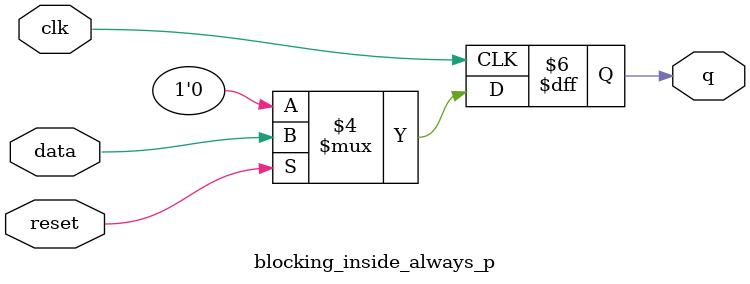
<source format=sv>
module blocking_inside_always_p (
  input  wire data  , // Data Input
  input  wire clk   , // Clock Input
  input  wire reset , // Reset input
  output reg  q       // Q output
  );

  always_ff @ ( posedge clk)
     if (!reset) begin
        q <= 1'b0;//Blocking inside always block
     end  else begin
        q <= data;//Blocking inside always block
    end

  endmodule //End Of Module dff_sync_reset
</source>
